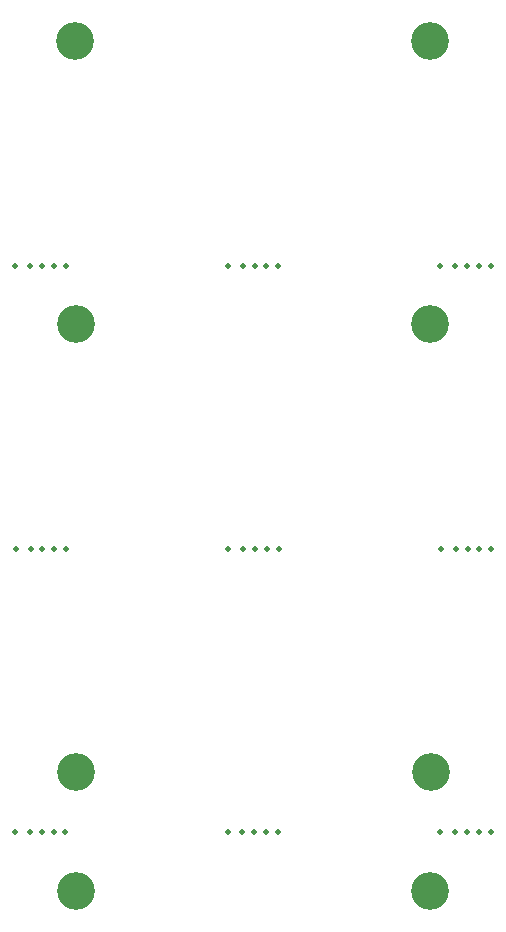
<source format=gbr>
%TF.GenerationSoftware,KiCad,Pcbnew,(6.0.5)*%
%TF.CreationDate,2022-06-24T16:36:08-05:00*%
%TF.ProjectId,Big Kahuna Board,42696720-4b61-4687-956e-6120426f6172,rev?*%
%TF.SameCoordinates,Original*%
%TF.FileFunction,Soldermask,Bot*%
%TF.FilePolarity,Negative*%
%FSLAX46Y46*%
G04 Gerber Fmt 4.6, Leading zero omitted, Abs format (unit mm)*
G04 Created by KiCad (PCBNEW (6.0.5)) date 2022-06-24 16:36:08*
%MOMM*%
%LPD*%
G01*
G04 APERTURE LIST*
%ADD10C,0.500000*%
%ADD11C,3.200000*%
G04 APERTURE END LIST*
D10*
%TO.C,REF\u002A\u002A*%
X128980000Y-111320000D03*
%TD*%
%TO.C,REF\u002A\u002A*%
X111980000Y-111320000D03*
%TD*%
%TO.C,REF\u002A\u002A*%
X112980000Y-111320000D03*
%TD*%
%TO.C,REF\u002A\u002A*%
X129980000Y-111320000D03*
%TD*%
%TO.C,REF\u002A\u002A*%
X146980000Y-111320000D03*
%TD*%
%TO.C,REF\u002A\u002A*%
X108720000Y-111320000D03*
%TD*%
%TO.C,REF\u002A\u002A*%
X110980000Y-111320000D03*
%TD*%
%TO.C,REF\u002A\u002A*%
X148980000Y-111320000D03*
%TD*%
%TO.C,REF\u002A\u002A*%
X126720000Y-111320000D03*
%TD*%
%TO.C,REF\u002A\u002A*%
X147980000Y-111320000D03*
%TD*%
%TO.C,REF\u002A\u002A*%
X144720000Y-111320000D03*
%TD*%
%TO.C,REF\u002A\u002A*%
X127980000Y-111320000D03*
%TD*%
%TO.C,REF\u002A\u002A*%
X145980000Y-111320000D03*
%TD*%
%TO.C,REF\u002A\u002A*%
X109980000Y-111320000D03*
%TD*%
%TO.C,REF\u002A\u002A*%
X130980000Y-111320000D03*
%TD*%
%TO.C,REF\u002A\u002A*%
X144780000Y-87310000D03*
%TD*%
%TO.C,REF\u002A\u002A*%
X146040000Y-87310000D03*
%TD*%
%TO.C,REF\u002A\u002A*%
X131040000Y-87310000D03*
%TD*%
%TO.C,REF\u002A\u002A*%
X128040000Y-87310000D03*
%TD*%
%TO.C,REF\u002A\u002A*%
X148040000Y-87310000D03*
%TD*%
%TO.C,REF\u002A\u002A*%
X110040000Y-87310000D03*
%TD*%
%TO.C,REF\u002A\u002A*%
X112040000Y-87310000D03*
%TD*%
%TO.C,REF\u002A\u002A*%
X147040000Y-87310000D03*
%TD*%
%TO.C,REF\u002A\u002A*%
X108780000Y-87310000D03*
%TD*%
%TO.C,REF\u002A\u002A*%
X126780000Y-87310000D03*
%TD*%
%TO.C,REF\u002A\u002A*%
X111040000Y-87310000D03*
%TD*%
%TO.C,REF\u002A\u002A*%
X129040000Y-87310000D03*
%TD*%
%TO.C,REF\u002A\u002A*%
X113040000Y-87310000D03*
%TD*%
%TO.C,REF\u002A\u002A*%
X149040000Y-87310000D03*
%TD*%
%TO.C,REF\u002A\u002A*%
X130040000Y-87310000D03*
%TD*%
%TO.C,REF\u002A\u002A*%
X130000000Y-63330000D03*
%TD*%
%TO.C,REF\u002A\u002A*%
X149000000Y-63330000D03*
%TD*%
%TO.C,REF\u002A\u002A*%
X108740000Y-63330000D03*
%TD*%
%TO.C,REF\u002A\u002A*%
X148000000Y-63330000D03*
%TD*%
%TO.C,REF\u002A\u002A*%
X129000000Y-63330000D03*
%TD*%
%TO.C,REF\u002A\u002A*%
X111000000Y-63330000D03*
%TD*%
%TO.C,REF\u002A\u002A*%
X144740000Y-63330000D03*
%TD*%
%TO.C,REF\u002A\u002A*%
X110000000Y-63330000D03*
%TD*%
%TO.C,REF\u002A\u002A*%
X128000000Y-63330000D03*
%TD*%
%TO.C,REF\u002A\u002A*%
X131000000Y-63330000D03*
%TD*%
%TO.C,REF\u002A\u002A*%
X126740000Y-63330000D03*
%TD*%
%TO.C,REF\u002A\u002A*%
X146000000Y-63330000D03*
%TD*%
%TO.C,REF\u002A\u002A*%
X147000000Y-63330000D03*
%TD*%
%TO.C,REF\u002A\u002A*%
X112000000Y-63330000D03*
%TD*%
%TO.C,REF\u002A\u002A*%
X113000000Y-63330000D03*
%TD*%
D11*
%TO.C,H2*%
X113830000Y-44280000D03*
%TD*%
%TO.C,H1*%
X143830000Y-44280000D03*
%TD*%
%TO.C,H2*%
X113850000Y-68260000D03*
%TD*%
%TO.C,H1*%
X143850000Y-68260000D03*
%TD*%
%TO.C,H2*%
X143922000Y-106244000D03*
%TD*%
%TO.C,H1*%
X113922000Y-106244000D03*
%TD*%
%TO.C,H2*%
X113870000Y-116270000D03*
%TD*%
%TO.C,H1*%
X143870000Y-116270000D03*
%TD*%
M02*

</source>
